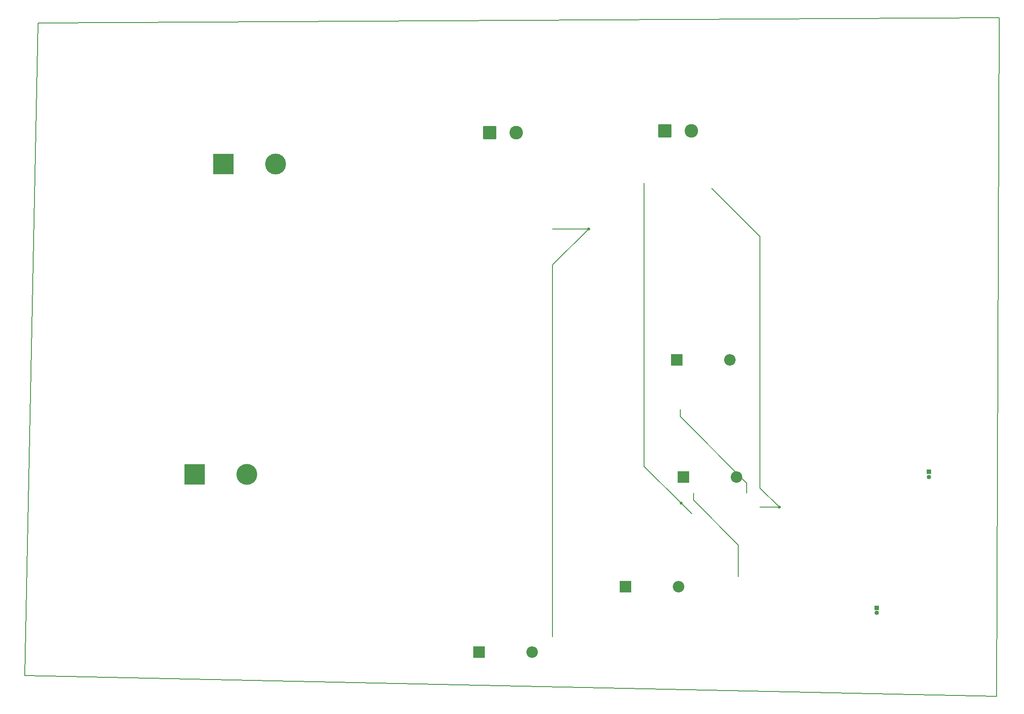
<source format=gbr>
%TF.GenerationSoftware,KiCad,Pcbnew,9.0.0*%
%TF.CreationDate,2025-07-01T12:07:16+05:30*%
%TF.ProjectId,dual dc,6475616c-2064-4632-9e6b-696361645f70,rev?*%
%TF.SameCoordinates,Original*%
%TF.FileFunction,Copper,L2,Bot*%
%TF.FilePolarity,Positive*%
%FSLAX46Y46*%
G04 Gerber Fmt 4.6, Leading zero omitted, Abs format (unit mm)*
G04 Created by KiCad (PCBNEW 9.0.0) date 2025-07-01 12:07:16*
%MOMM*%
%LPD*%
G01*
G04 APERTURE LIST*
G04 Aperture macros list*
%AMRoundRect*
0 Rectangle with rounded corners*
0 $1 Rounding radius*
0 $2 $3 $4 $5 $6 $7 $8 $9 X,Y pos of 4 corners*
0 Add a 4 corners polygon primitive as box body*
4,1,4,$2,$3,$4,$5,$6,$7,$8,$9,$2,$3,0*
0 Add four circle primitives for the rounded corners*
1,1,$1+$1,$2,$3*
1,1,$1+$1,$4,$5*
1,1,$1+$1,$6,$7*
1,1,$1+$1,$8,$9*
0 Add four rect primitives between the rounded corners*
20,1,$1+$1,$2,$3,$4,$5,0*
20,1,$1+$1,$4,$5,$6,$7,0*
20,1,$1+$1,$6,$7,$8,$9,0*
20,1,$1+$1,$8,$9,$2,$3,0*%
G04 Aperture macros list end*
%TA.AperFunction,NonConductor*%
%ADD10C,0.200000*%
%TD*%
%TA.AperFunction,ComponentPad*%
%ADD11R,0.850000X0.850000*%
%TD*%
%TA.AperFunction,ComponentPad*%
%ADD12O,0.850000X0.850000*%
%TD*%
%TA.AperFunction,ComponentPad*%
%ADD13RoundRect,0.250000X-1.050000X-1.050000X1.050000X-1.050000X1.050000X1.050000X-1.050000X1.050000X0*%
%TD*%
%TA.AperFunction,ComponentPad*%
%ADD14C,2.600000*%
%TD*%
%TA.AperFunction,ComponentPad*%
%ADD15R,4.000000X4.000000*%
%TD*%
%TA.AperFunction,ComponentPad*%
%ADD16C,4.000000*%
%TD*%
%TA.AperFunction,ComponentPad*%
%ADD17R,2.200000X2.200000*%
%TD*%
%TA.AperFunction,ComponentPad*%
%ADD18O,2.200000X2.200000*%
%TD*%
%TA.AperFunction,ViaPad*%
%ADD19C,0.600000*%
%TD*%
%TA.AperFunction,Conductor*%
%ADD20C,0.200000*%
%TD*%
G04 APERTURE END LIST*
D10*
X31500000Y-22000000D02*
X215500000Y-21000000D01*
X215000000Y-151000000D02*
X29000000Y-147000000D01*
X215500000Y-21000000D02*
X215000000Y-151000000D01*
X31500000Y-22000000D02*
X29000000Y-147000000D01*
D11*
%TO.P,J2,1,Pin_1*%
%TO.N,Net-(J2-Pin_1)*%
X192000000Y-134000000D03*
D12*
%TO.P,J2,2,Pin_2*%
%TO.N,Net-(J2-Pin_2)*%
X192000000Y-135000000D03*
%TD*%
D13*
%TO.P,M3,1,+*%
%TO.N,unconnected-(M3-+-Pad1)*%
X118000000Y-43000000D03*
D14*
%TO.P,M3,2,-*%
%TO.N,Net-(J4-Pin_2)*%
X123080000Y-43000000D03*
%TD*%
D13*
%TO.P,M4,1,+*%
%TO.N,Net-(J4-Pin_1)*%
X151455000Y-42672500D03*
D14*
%TO.P,M4,2,-*%
%TO.N,GND*%
X156535000Y-42672500D03*
%TD*%
D15*
%TO.P,C1,1*%
%TO.N,Net-(D1-A)*%
X61500000Y-108500000D03*
D16*
%TO.P,C1,2*%
%TO.N,GND*%
X71500000Y-108500000D03*
%TD*%
D17*
%TO.P,D4,1,K*%
%TO.N,GND*%
X115920000Y-142500000D03*
D18*
%TO.P,D4,2,A*%
%TO.N,Net-(D3-K)*%
X126080000Y-142500000D03*
%TD*%
D15*
%TO.P,J1,1,Pin_1*%
%TO.N,Net-(J1-Pin_1)*%
X67000000Y-49000000D03*
D16*
%TO.P,J1,2,Pin_2*%
%TO.N,GND*%
X77000000Y-49000000D03*
%TD*%
D17*
%TO.P,D1,1,K*%
%TO.N,Net-(D1-K)*%
X153741700Y-86500000D03*
D18*
%TO.P,D1,2,A*%
%TO.N,Net-(D1-A)*%
X163901700Y-86500000D03*
%TD*%
D17*
%TO.P,D3,1,K*%
%TO.N,Net-(D3-K)*%
X143920000Y-130000000D03*
D18*
%TO.P,D3,2,A*%
%TO.N,Net-(D2-K)*%
X154080000Y-130000000D03*
%TD*%
D17*
%TO.P,D2,1,K*%
%TO.N,Net-(D2-K)*%
X155000000Y-109000000D03*
D18*
%TO.P,D2,2,A*%
%TO.N,Net-(D1-K)*%
X165160000Y-109000000D03*
%TD*%
D11*
%TO.P,J4,1,Pin_1*%
%TO.N,Net-(J4-Pin_1)*%
X202000000Y-108000000D03*
D12*
%TO.P,J4,2,Pin_2*%
%TO.N,Net-(J4-Pin_2)*%
X202000000Y-109000000D03*
%TD*%
D19*
%TO.N,GND*%
X136924000Y-61452000D03*
%TO.N,Net-(J4-Pin_2)*%
X154588600Y-113974200D03*
%TO.N,Net-(J4-Pin_1)*%
X173378100Y-114745900D03*
%TD*%
D20*
%TO.N,GND*%
X130000000Y-61452000D02*
X136924000Y-61452000D01*
X130000000Y-68376000D02*
X130000000Y-139500000D01*
X136924000Y-61452000D02*
X130000000Y-68376000D01*
X136924000Y-61452000D02*
X130000000Y-61452000D01*
%TO.N,Net-(D1-K)*%
X167160000Y-110141700D02*
X167160000Y-112000000D01*
X154420000Y-96000000D02*
X154420000Y-97401700D01*
X154420000Y-97401700D02*
X167160000Y-110141700D01*
%TO.N,Net-(D2-K)*%
X157000000Y-113401700D02*
X165580000Y-121981700D01*
X157000000Y-112000000D02*
X157000000Y-113401700D01*
X165580000Y-121981700D02*
X165580000Y-128000000D01*
%TO.N,Net-(J4-Pin_2)*%
X147535000Y-106920600D02*
X147535000Y-52672500D01*
X154588600Y-113974200D02*
X156614400Y-116000000D01*
X156614400Y-116000000D02*
X154588600Y-113974200D01*
X154588600Y-113974200D02*
X147535000Y-106920600D01*
%TO.N,Net-(J4-Pin_1)*%
X173378100Y-114745900D02*
X169688500Y-114745900D01*
X169688500Y-114745900D02*
X173378100Y-114745900D01*
X169688500Y-111056300D02*
X173378100Y-114745900D01*
X169688500Y-62906000D02*
X160455000Y-53672500D01*
X169688500Y-111056300D02*
X169688500Y-62906000D01*
%TD*%
M02*

</source>
